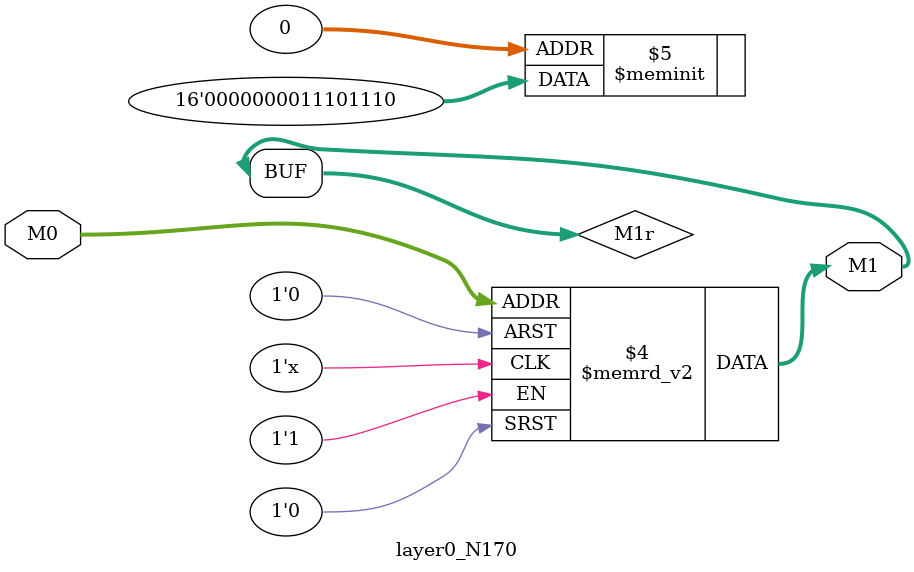
<source format=v>
module layer0_N170 ( input [2:0] M0, output [1:0] M1 );

	(*rom_style = "distributed" *) reg [1:0] M1r;
	assign M1 = M1r;
	always @ (M0) begin
		case (M0)
			3'b000: M1r = 2'b10;
			3'b100: M1r = 2'b00;
			3'b010: M1r = 2'b10;
			3'b110: M1r = 2'b00;
			3'b001: M1r = 2'b11;
			3'b101: M1r = 2'b00;
			3'b011: M1r = 2'b11;
			3'b111: M1r = 2'b00;

		endcase
	end
endmodule

</source>
